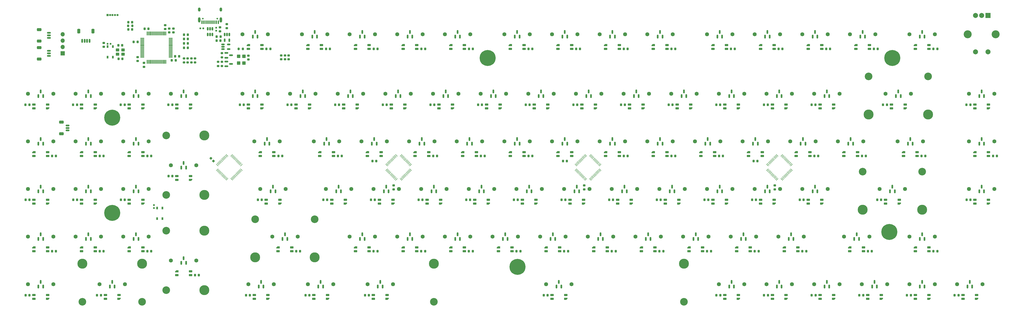
<source format=gbr>
%TF.GenerationSoftware,KiCad,Pcbnew,9.0.5*%
%TF.CreationDate,2026-01-11T09:40:32+07:00*%
%TF.ProjectId,MK98,4d4b3938-2e6b-4696-9361-645f70636258,rev?*%
%TF.SameCoordinates,Original*%
%TF.FileFunction,Soldermask,Bot*%
%TF.FilePolarity,Negative*%
%FSLAX46Y46*%
G04 Gerber Fmt 4.6, Leading zero omitted, Abs format (unit mm)*
G04 Created by KiCad (PCBNEW 9.0.5) date 2026-01-11 09:40:32*
%MOMM*%
%LPD*%
G01*
G04 APERTURE LIST*
G04 Aperture macros list*
%AMRoundRect*
0 Rectangle with rounded corners*
0 $1 Rounding radius*
0 $2 $3 $4 $5 $6 $7 $8 $9 X,Y pos of 4 corners*
0 Add a 4 corners polygon primitive as box body*
4,1,4,$2,$3,$4,$5,$6,$7,$8,$9,$2,$3,0*
0 Add four circle primitives for the rounded corners*
1,1,$1+$1,$2,$3*
1,1,$1+$1,$4,$5*
1,1,$1+$1,$6,$7*
1,1,$1+$1,$8,$9*
0 Add four rect primitives between the rounded corners*
20,1,$1+$1,$2,$3,$4,$5,0*
20,1,$1+$1,$4,$5,$6,$7,0*
20,1,$1+$1,$6,$7,$8,$9,0*
20,1,$1+$1,$8,$9,$2,$3,0*%
%AMRotRect*
0 Rectangle, with rotation*
0 The origin of the aperture is its center*
0 $1 length*
0 $2 width*
0 $3 Rotation angle, in degrees counterclockwise*
0 Add horizontal line*
21,1,$1,$2,0,0,$3*%
%AMFreePoly0*
4,1,18,-0.410000,0.593000,-0.403758,0.624380,-0.385983,0.650983,-0.359380,0.668758,-0.328000,0.675000,0.328000,0.675000,0.359380,0.668758,0.385983,0.650983,0.403758,0.624380,0.410000,0.593000,0.410000,-0.593000,0.403758,-0.624380,0.385983,-0.650983,0.359380,-0.668758,0.328000,-0.675000,0.000000,-0.675000,-0.410000,-0.265000,-0.410000,0.593000,-0.410000,0.593000,$1*%
G04 Aperture macros list end*
%ADD10C,3.048000*%
%ADD11C,3.987800*%
%ADD12C,0.800000*%
%ADD13C,6.400000*%
%ADD14R,1.700000X1.700000*%
%ADD15O,1.700000X1.700000*%
%ADD16R,2.000000X2.000000*%
%ADD17C,2.000000*%
%ADD18C,3.200000*%
%ADD19R,0.850000X0.850000*%
%ADD20C,0.850000*%
%ADD21RoundRect,0.082000X-0.593000X0.328000X-0.593000X-0.328000X0.593000X-0.328000X0.593000X0.328000X0*%
%ADD22FreePoly0,270.000000*%
%ADD23RoundRect,0.082000X0.593000X-0.328000X0.593000X0.328000X-0.593000X0.328000X-0.593000X-0.328000X0*%
%ADD24FreePoly0,90.000000*%
%ADD25RoundRect,0.150000X-0.150000X-0.625000X0.150000X-0.625000X0.150000X0.625000X-0.150000X0.625000X0*%
%ADD26RoundRect,0.250000X-0.350000X-0.650000X0.350000X-0.650000X0.350000X0.650000X-0.350000X0.650000X0*%
%ADD27RoundRect,0.225000X0.225000X0.250000X-0.225000X0.250000X-0.225000X-0.250000X0.225000X-0.250000X0*%
%ADD28C,1.600000*%
%ADD29RoundRect,0.150000X0.150000X-0.587500X0.150000X0.587500X-0.150000X0.587500X-0.150000X-0.587500X0*%
%ADD30RoundRect,0.250000X-0.445000X0.457500X-0.445000X-0.457500X0.445000X-0.457500X0.445000X0.457500X0*%
%ADD31RoundRect,0.225000X-0.225000X-0.250000X0.225000X-0.250000X0.225000X0.250000X-0.225000X0.250000X0*%
%ADD32RoundRect,0.200000X-0.275000X0.200000X-0.275000X-0.200000X0.275000X-0.200000X0.275000X0.200000X0*%
%ADD33RoundRect,0.225000X0.250000X-0.225000X0.250000X0.225000X-0.250000X0.225000X-0.250000X-0.225000X0*%
%ADD34RoundRect,0.150000X-0.512500X-0.150000X0.512500X-0.150000X0.512500X0.150000X-0.512500X0.150000X0*%
%ADD35RoundRect,0.218750X0.256250X-0.218750X0.256250X0.218750X-0.256250X0.218750X-0.256250X-0.218750X0*%
%ADD36RoundRect,0.160000X-0.160000X0.197500X-0.160000X-0.197500X0.160000X-0.197500X0.160000X0.197500X0*%
%ADD37RoundRect,0.225000X-0.250000X0.225000X-0.250000X-0.225000X0.250000X-0.225000X0.250000X0.225000X0*%
%ADD38R,0.700000X1.050013*%
%ADD39RoundRect,0.150000X0.625000X-0.150000X0.625000X0.150000X-0.625000X0.150000X-0.625000X-0.150000X0*%
%ADD40RoundRect,0.250000X0.650000X-0.350000X0.650000X0.350000X-0.650000X0.350000X-0.650000X-0.350000X0*%
%ADD41RoundRect,0.150000X-0.150000X0.512500X-0.150000X-0.512500X0.150000X-0.512500X0.150000X0.512500X0*%
%ADD42RoundRect,0.250000X-0.450000X-0.350000X0.450000X-0.350000X0.450000X0.350000X-0.450000X0.350000X0*%
%ADD43RoundRect,0.150000X-0.587500X-0.150000X0.587500X-0.150000X0.587500X0.150000X-0.587500X0.150000X0*%
%ADD44RoundRect,0.200000X-0.200000X-0.275000X0.200000X-0.275000X0.200000X0.275000X-0.200000X0.275000X0*%
%ADD45RoundRect,0.160000X0.197500X0.160000X-0.197500X0.160000X-0.197500X-0.160000X0.197500X-0.160000X0*%
%ADD46RoundRect,0.150000X-0.625000X0.150000X-0.625000X-0.150000X0.625000X-0.150000X0.625000X0.150000X0*%
%ADD47RoundRect,0.250000X-0.650000X0.350000X-0.650000X-0.350000X0.650000X-0.350000X0.650000X0.350000X0*%
%ADD48RoundRect,0.200000X0.275000X-0.200000X0.275000X0.200000X-0.275000X0.200000X-0.275000X-0.200000X0*%
%ADD49RotRect,0.229400X1.161999X315.000000*%
%ADD50RotRect,0.229400X1.161999X45.000000*%
%ADD51RotRect,0.229400X1.161999X135.000000*%
%ADD52RoundRect,0.075000X-0.700000X-0.075000X0.700000X-0.075000X0.700000X0.075000X-0.700000X0.075000X0*%
%ADD53RoundRect,0.075000X-0.075000X-0.700000X0.075000X-0.700000X0.075000X0.700000X-0.075000X0.700000X0*%
%ADD54RoundRect,0.225000X-0.335876X-0.017678X-0.017678X-0.335876X0.335876X0.017678X0.017678X0.335876X0*%
%ADD55C,0.650000*%
%ADD56R,0.600000X1.450000*%
%ADD57R,0.300000X1.450000*%
%ADD58O,1.000000X1.600000*%
%ADD59O,1.000000X2.100000*%
G04 APERTURE END LIST*
D10*
%TO.C,SB1*%
X366603750Y-53815000D03*
D11*
X366603750Y-69055000D03*
D10*
X390416250Y-53815000D03*
D11*
X390416250Y-69055000D03*
%TD*%
D12*
%TO.C,H3*%
X211882679Y-46475571D03*
X212585623Y-44778515D03*
X212585623Y-48172627D03*
X214282679Y-44075571D03*
D13*
X214282679Y-46475571D03*
D12*
X214282679Y-48875571D03*
X215979735Y-44778515D03*
X215979735Y-48172627D03*
X216682679Y-46475571D03*
%TD*%
D10*
%TO.C,SB2*%
X121335000Y-110965000D03*
D11*
X121335000Y-126205000D03*
D10*
X145147500Y-110965000D03*
D11*
X145147500Y-126205000D03*
%TD*%
D14*
%TO.C,J4*%
X44400000Y-44640000D03*
D15*
X44400000Y-42100000D03*
X44400000Y-39560000D03*
X44400000Y-37020000D03*
%TD*%
D12*
%TO.C,H2*%
X61785000Y-108425000D03*
X62487944Y-106727944D03*
X62487944Y-110122056D03*
X64185000Y-106025000D03*
D13*
X64185000Y-108425000D03*
D12*
X64185000Y-110825000D03*
X65882056Y-106727944D03*
X65882056Y-110122056D03*
X66585000Y-108425000D03*
%TD*%
%TO.C,H5*%
X373695424Y-46477450D03*
X374398368Y-44780394D03*
X374398368Y-48174506D03*
X376095424Y-44077450D03*
D13*
X376095424Y-46477450D03*
D12*
X376095424Y-48877450D03*
X377792480Y-44780394D03*
X377792480Y-48174506D03*
X378495424Y-46477450D03*
%TD*%
D11*
%TO.C,SB6*%
X101015001Y-101281251D03*
X101015001Y-77468749D03*
D10*
X85775000Y-101281250D03*
X85775000Y-77468750D03*
%TD*%
D12*
%TO.C,H6*%
X372550000Y-116022814D03*
X373252944Y-114325758D03*
X373252944Y-117719870D03*
X374950000Y-113622814D03*
D13*
X374950000Y-116022814D03*
D12*
X374950000Y-118422814D03*
X376647056Y-114325758D03*
X376647056Y-117719870D03*
X377350000Y-116022814D03*
%TD*%
D10*
%TO.C,SB3*%
X292785000Y-143984999D03*
D11*
X292785000Y-128745000D03*
D10*
X192772500Y-143984999D03*
D11*
X192772500Y-128745000D03*
%TD*%
D12*
%TO.C,H1*%
X61785000Y-70375000D03*
X62487944Y-68677944D03*
X62487944Y-72072056D03*
X64185000Y-67975000D03*
D13*
X64185000Y-70375000D03*
D12*
X64185000Y-72775000D03*
X65882056Y-68677944D03*
X65882056Y-72072056D03*
X66585000Y-70375000D03*
%TD*%
D10*
%TO.C,SB5*%
X364222500Y-91915000D03*
D11*
X364222500Y-107155000D03*
D10*
X388035000Y-91915000D03*
D11*
X388035000Y-107155000D03*
%TD*%
%TO.C,SB4*%
X76091251Y-128745000D03*
D10*
X76091250Y-143985000D03*
X52278750Y-143985000D03*
D11*
X52278749Y-128745000D03*
%TD*%
D12*
%TO.C,H4*%
X223860000Y-130000000D03*
X224562944Y-128302944D03*
X224562944Y-131697056D03*
X226260000Y-127600000D03*
D13*
X226260000Y-130000000D03*
D12*
X226260000Y-132400000D03*
X227957056Y-128302944D03*
X227957056Y-131697056D03*
X228660000Y-130000000D03*
%TD*%
D11*
%TO.C,SB7*%
X101015001Y-139381251D03*
X101015001Y-115568749D03*
D10*
X85775000Y-139381250D03*
X85775000Y-115568750D03*
%TD*%
D16*
%TO.C,ENC1*%
X414347719Y-29487475D03*
D17*
X409347719Y-29487475D03*
X411847719Y-29487475D03*
D18*
X417447719Y-36987475D03*
X406247719Y-36987475D03*
D17*
X409347719Y-43987475D03*
X414347719Y-43987475D03*
%TD*%
D19*
%TO.C,J3*%
X62300000Y-29275000D03*
D20*
X63300000Y-29275000D03*
X64300001Y-29275000D03*
X65300000Y-29275000D03*
X66300000Y-29275000D03*
%TD*%
D21*
%TO.C,LED38*%
X152635000Y-85680000D03*
X152635000Y-84180000D03*
X147185000Y-85680000D03*
D22*
X147185000Y-84180000D03*
%TD*%
D23*
%TO.C,LED87*%
X61460000Y-141330000D03*
X61460000Y-142830000D03*
X66910000Y-141330000D03*
D24*
X66910000Y-142830000D03*
%TD*%
D21*
%TO.C,LED10*%
X309797500Y-42817500D03*
X309797500Y-41317500D03*
X304347500Y-42817500D03*
D22*
X304347500Y-41317500D03*
%TD*%
D25*
%TO.C,J5*%
X52150000Y-39575000D03*
X53150000Y-39575000D03*
X54150000Y-39575000D03*
X55150000Y-39575000D03*
D26*
X50850000Y-35700000D03*
X56450000Y-35700000D03*
%TD*%
D23*
%TO.C,LED59*%
X209097500Y-103230000D03*
X209097500Y-104730000D03*
X214547500Y-103230000D03*
D24*
X214547500Y-104730000D03*
%TD*%
D27*
%TO.C,C29*%
X307287500Y-65150000D03*
X305737500Y-65150000D03*
%TD*%
D28*
%TO.C,HE39*%
X174040000Y-79850000D03*
X163880000Y-79850000D03*
D29*
X169910000Y-80787500D03*
X168010000Y-80787500D03*
X168960000Y-78912500D03*
%TD*%
D28*
%TO.C,HE5*%
X207377500Y-36987500D03*
X197217500Y-36987500D03*
D29*
X203247500Y-37925000D03*
X201347500Y-37925000D03*
X202297500Y-36050000D03*
%TD*%
D30*
%TO.C,C109*%
X116850000Y-45790000D03*
X116850000Y-48495000D03*
%TD*%
D23*
%TO.C,LED68*%
X409122500Y-103230000D03*
X409122500Y-104730000D03*
X414572500Y-103230000D03*
D24*
X414572500Y-104730000D03*
%TD*%
D21*
%TO.C,LED47*%
X324085000Y-85680000D03*
X324085000Y-84180000D03*
X318635000Y-85680000D03*
D22*
X318635000Y-84180000D03*
%TD*%
D27*
%TO.C,C28*%
X288237500Y-65150000D03*
X286687500Y-65150000D03*
%TD*%
D23*
%TO.C,LED95*%
X366260000Y-141330000D03*
X366260000Y-142830000D03*
X371710000Y-141330000D03*
D24*
X371710000Y-142830000D03*
%TD*%
D28*
%TO.C,HE67*%
X381208750Y-98900000D03*
X371048750Y-98900000D03*
D29*
X377078750Y-99837500D03*
X375178750Y-99837500D03*
X376128750Y-97962500D03*
%TD*%
D23*
%TO.C,LED96*%
X385310000Y-141330000D03*
X385310000Y-142830000D03*
X390760000Y-141330000D03*
D24*
X390760000Y-142830000D03*
%TD*%
D31*
%TO.C,C5*%
X206807501Y-42820000D03*
X208357501Y-42820000D03*
%TD*%
D28*
%TO.C,HE49*%
X364540000Y-79850000D03*
X354380000Y-79850000D03*
D29*
X360410000Y-80787500D03*
X358510000Y-80787500D03*
X359460000Y-78912500D03*
%TD*%
D32*
%TO.C,R4*%
X92860000Y-46620000D03*
X92860000Y-48270000D03*
%TD*%
D28*
%TO.C,HE28*%
X297865000Y-60800000D03*
X287705000Y-60800000D03*
D29*
X293735000Y-61737500D03*
X291835000Y-61737500D03*
X292785000Y-59862500D03*
%TD*%
D28*
%TO.C,HE95*%
X374065000Y-137000000D03*
X363905000Y-137000000D03*
D29*
X369935000Y-137937500D03*
X368035000Y-137937500D03*
X368985000Y-136062500D03*
%TD*%
D27*
%TO.C,C124*%
X107512149Y-37892351D03*
X105962149Y-37892351D03*
%TD*%
D33*
%TO.C,C114*%
X88623857Y-36222815D03*
X88623857Y-34672815D03*
%TD*%
D28*
%TO.C,HE9*%
X288340000Y-36987500D03*
X278180000Y-36987500D03*
D29*
X284210000Y-37925000D03*
X282310000Y-37925000D03*
X283260000Y-36050000D03*
%TD*%
D21*
%TO.C,LED74*%
X166922500Y-123780000D03*
X166922500Y-122280000D03*
X161472500Y-123780000D03*
D22*
X161472500Y-122280000D03*
%TD*%
D28*
%TO.C,HE64*%
X312152500Y-98900000D03*
X301992500Y-98900000D03*
D29*
X308022500Y-99837500D03*
X306122500Y-99837500D03*
X307072500Y-97962500D03*
%TD*%
D27*
%TO.C,C24*%
X212037500Y-65150000D03*
X210487500Y-65150000D03*
%TD*%
D34*
%TO.C,U2*%
X108455000Y-42950000D03*
X108455000Y-42000001D03*
X108455000Y-41050002D03*
X110730000Y-41050002D03*
X110730000Y-42950000D03*
%TD*%
D23*
%TO.C,LED26*%
X251960000Y-65130000D03*
X251960000Y-66630000D03*
X257410000Y-65130000D03*
D24*
X257410000Y-66630000D03*
%TD*%
D21*
%TO.C,LED43*%
X247885000Y-85680000D03*
X247885000Y-84180000D03*
X242435000Y-85680000D03*
D22*
X242435000Y-84180000D03*
%TD*%
D28*
%TO.C,HE59*%
X216902500Y-98900000D03*
X206742500Y-98900000D03*
D29*
X212772500Y-99837500D03*
X210872500Y-99837500D03*
X211822500Y-97962500D03*
%TD*%
D28*
%TO.C,HE31*%
X355015000Y-60800000D03*
X344855000Y-60800000D03*
D29*
X350885000Y-61737500D03*
X348985000Y-61737500D03*
X349935000Y-59862500D03*
%TD*%
D28*
%TO.C,HE23*%
X202615000Y-60800000D03*
X192455000Y-60800000D03*
D29*
X198485000Y-61737500D03*
X196585000Y-61737500D03*
X197535000Y-59862500D03*
%TD*%
D28*
%TO.C,HE78*%
X245477500Y-117950000D03*
X235317500Y-117950000D03*
D29*
X241347500Y-118887500D03*
X239447500Y-118887500D03*
X240397500Y-117012500D03*
%TD*%
D28*
%TO.C,HE35*%
X78790000Y-79850000D03*
X68630000Y-79850000D03*
D29*
X74660000Y-80787500D03*
X72760000Y-80787500D03*
X73710000Y-78912500D03*
%TD*%
D28*
%TO.C,HE7*%
X250240000Y-36987500D03*
X240080000Y-36987500D03*
D29*
X246110000Y-37925000D03*
X244210000Y-37925000D03*
X245160000Y-36050000D03*
%TD*%
D23*
%TO.C,LED19*%
X118610000Y-65130000D03*
X118610000Y-66630000D03*
X124060000Y-65130000D03*
D24*
X124060000Y-66630000D03*
%TD*%
D21*
%TO.C,LED8*%
X266935000Y-42817500D03*
X266935000Y-41317500D03*
X261485000Y-42817500D03*
D22*
X261485000Y-41317500D03*
%TD*%
D35*
%TO.C,F1*%
X107262149Y-35779852D03*
X107262149Y-34204850D03*
%TD*%
D28*
%TO.C,HE80*%
X283577500Y-117950000D03*
X273417500Y-117950000D03*
D29*
X279447500Y-118887500D03*
X277547500Y-118887500D03*
X278497500Y-117012500D03*
%TD*%
D28*
%TO.C,HE63*%
X293102500Y-98900000D03*
X282942500Y-98900000D03*
D29*
X288972500Y-99837500D03*
X287072500Y-99837500D03*
X288022500Y-97962500D03*
%TD*%
D28*
%TO.C,HE17*%
X78790000Y-60800000D03*
X68630000Y-60800000D03*
D29*
X74660000Y-61737500D03*
X72760000Y-61737500D03*
X73710000Y-59862500D03*
%TD*%
D31*
%TO.C,C41*%
X211571974Y-85674911D03*
X213121974Y-85674911D03*
%TD*%
D36*
%TO.C,R9*%
X105732149Y-34387351D03*
X105732149Y-35582351D03*
%TD*%
D37*
%TO.C,C101*%
X134750000Y-45460000D03*
X134750000Y-47010000D03*
%TD*%
D28*
%TO.C,HE10*%
X312152500Y-36987500D03*
X301992500Y-36987500D03*
D29*
X308022500Y-37925000D03*
X306122500Y-37925000D03*
X307072500Y-36050000D03*
%TD*%
D28*
%TO.C,HE25*%
X240715000Y-60800000D03*
X230555000Y-60800000D03*
D29*
X236585000Y-61737500D03*
X234685000Y-61737500D03*
X235635000Y-59862500D03*
%TD*%
D21*
%TO.C,LED50*%
X385997500Y-85680000D03*
X385997500Y-84180000D03*
X380547500Y-85680000D03*
D22*
X380547500Y-84180000D03*
%TD*%
D21*
%TO.C,LED48*%
X343135000Y-85680000D03*
X343135000Y-84180000D03*
X337685000Y-85680000D03*
D22*
X337685000Y-84180000D03*
%TD*%
D38*
%TO.C,RST_BTN1*%
X62325070Y-41899924D03*
X62325070Y-46100076D03*
X64474930Y-41899924D03*
X64474930Y-46100076D03*
%TD*%
D32*
%TO.C,R2*%
X106550000Y-48010000D03*
X106550000Y-49660000D03*
%TD*%
D27*
%TO.C,C115*%
X78650000Y-34775000D03*
X77100000Y-34775000D03*
%TD*%
D31*
%TO.C,C69*%
X40115000Y-123790000D03*
X41665000Y-123790000D03*
%TD*%
D27*
%TO.C,C15*%
X31062500Y-65150000D03*
X29512500Y-65150000D03*
%TD*%
D39*
%TO.C,J6*%
X38875000Y-45625000D03*
X38875001Y-44625000D03*
X38875000Y-43625000D03*
D40*
X35000000Y-46925000D03*
X35000000Y-42325000D03*
%TD*%
D28*
%TO.C,HE92*%
X316915000Y-137000000D03*
X306755000Y-137000000D03*
D29*
X312785000Y-137937500D03*
X310885000Y-137937500D03*
X311835000Y-136062500D03*
%TD*%
D31*
%TO.C,C80*%
X283002500Y-123790000D03*
X284552500Y-123790000D03*
%TD*%
%TO.C,C42*%
X230621974Y-85674911D03*
X232171974Y-85674911D03*
%TD*%
D28*
%TO.C,HE14*%
X393115000Y-36987500D03*
X382955000Y-36987500D03*
D29*
X388985000Y-37925000D03*
X387085000Y-37925000D03*
X388035000Y-36050000D03*
%TD*%
D28*
%TO.C,HE79*%
X264527500Y-117950000D03*
X254367500Y-117950000D03*
D29*
X260397500Y-118887500D03*
X258497500Y-118887500D03*
X259447500Y-117012500D03*
%TD*%
D41*
%TO.C,U3*%
X102370575Y-34784171D03*
X103320574Y-34784171D03*
X104270573Y-34784171D03*
X104270573Y-37059171D03*
X103320574Y-37059171D03*
X102370575Y-37059171D03*
%TD*%
D27*
%TO.C,C32*%
X373962500Y-65150000D03*
X372412500Y-65150000D03*
%TD*%
D23*
%TO.C,LED61*%
X247197500Y-103230000D03*
X247197500Y-104730000D03*
X252647500Y-103230000D03*
D24*
X252647500Y-104730000D03*
%TD*%
D27*
%TO.C,C120*%
X74325000Y-40075000D03*
X72775000Y-40075000D03*
%TD*%
D23*
%TO.C,LED63*%
X285297500Y-103230000D03*
X285297500Y-104730000D03*
X290747500Y-103230000D03*
D24*
X290747500Y-104730000D03*
%TD*%
D28*
%TO.C,HE36*%
X97840000Y-89375000D03*
X87680000Y-89375000D03*
D29*
X93710000Y-90312500D03*
X91810000Y-90312500D03*
X92760000Y-88437500D03*
%TD*%
D21*
%TO.C,LED46*%
X305035000Y-85680000D03*
X305035000Y-84180000D03*
X299585000Y-85680000D03*
D22*
X299585000Y-84180000D03*
%TD*%
D31*
%TO.C,C10*%
X311582501Y-42820000D03*
X313132501Y-42820000D03*
%TD*%
D21*
%TO.C,LED1*%
X124060000Y-42817500D03*
X124060000Y-41317500D03*
X118610000Y-42817500D03*
D22*
X118610000Y-41317500D03*
%TD*%
D21*
%TO.C,LED11*%
X328847500Y-42817500D03*
X328847500Y-41317500D03*
X323397500Y-42817500D03*
D22*
X323397500Y-41317500D03*
%TD*%
D30*
%TO.C,C108*%
X114730000Y-45787500D03*
X114730000Y-48492500D03*
%TD*%
D21*
%TO.C,LED6*%
X228835000Y-42817500D03*
X228835000Y-41317500D03*
X223385000Y-42817500D03*
D22*
X223385000Y-41317500D03*
%TD*%
D23*
%TO.C,LED22*%
X175760000Y-65130000D03*
X175760000Y-66630000D03*
X181210000Y-65130000D03*
D24*
X181210000Y-66630000D03*
%TD*%
D28*
%TO.C,HE40*%
X193090000Y-79850000D03*
X182930000Y-79850000D03*
D29*
X188960000Y-80787500D03*
X187060000Y-80787500D03*
X188010000Y-78912500D03*
%TD*%
D28*
%TO.C,HE12*%
X350252500Y-36987500D03*
X340092500Y-36987500D03*
D29*
X346122500Y-37925000D03*
X344222500Y-37925000D03*
X345172500Y-36050000D03*
%TD*%
D37*
%TO.C,C117*%
X76859771Y-48436890D03*
X76859771Y-49986890D03*
%TD*%
D28*
%TO.C,HE82*%
X321677500Y-117950000D03*
X311517500Y-117950000D03*
D29*
X317547500Y-118887500D03*
X315647500Y-118887500D03*
X316597500Y-117012500D03*
%TD*%
D21*
%TO.C,LED71*%
X76435000Y-123780000D03*
X76435000Y-122280000D03*
X70985000Y-123780000D03*
D22*
X70985000Y-122280000D03*
%TD*%
D27*
%TO.C,C25*%
X231087500Y-65150000D03*
X229537500Y-65150000D03*
%TD*%
D23*
%TO.C,LED88*%
X120991250Y-141330000D03*
X120991250Y-142830000D03*
X126441250Y-141330000D03*
D24*
X126441250Y-142830000D03*
%TD*%
D31*
%TO.C,C112*%
X92860000Y-38876289D03*
X94410000Y-38876289D03*
%TD*%
D23*
%TO.C,LED86*%
X32885000Y-141330000D03*
X32885000Y-142830000D03*
X38335000Y-141330000D03*
D24*
X38335000Y-142830000D03*
%TD*%
D27*
%TO.C,C21*%
X154887500Y-65150000D03*
X153337500Y-65150000D03*
%TD*%
D28*
%TO.C,HE88*%
X128796250Y-137000000D03*
X118636250Y-137000000D03*
D29*
X124666250Y-137937500D03*
X122766250Y-137937500D03*
X123716250Y-136062500D03*
%TD*%
D31*
%TO.C,C6*%
X230620000Y-42820000D03*
X232170000Y-42820000D03*
%TD*%
%TO.C,C8*%
X268720001Y-42820000D03*
X270270001Y-42820000D03*
%TD*%
%TO.C,C48*%
X344921974Y-85674911D03*
X346471974Y-85674911D03*
%TD*%
D28*
%TO.C,HE29*%
X316915000Y-60800000D03*
X306755000Y-60800000D03*
D29*
X312785000Y-61737500D03*
X310885000Y-61737500D03*
X311835000Y-59862500D03*
%TD*%
D28*
%TO.C,HE42*%
X231190000Y-79850000D03*
X221030000Y-79850000D03*
D29*
X227060000Y-80787500D03*
X225160000Y-80787500D03*
X226110000Y-78912500D03*
%TD*%
D31*
%TO.C,C76*%
X206802500Y-123790000D03*
X208352500Y-123790000D03*
%TD*%
D27*
%TO.C,C90*%
X166831250Y-141370000D03*
X165281250Y-141370000D03*
%TD*%
D31*
%TO.C,C4*%
X187757501Y-42820000D03*
X189307501Y-42820000D03*
%TD*%
D23*
%TO.C,LED64*%
X304347500Y-103230000D03*
X304347500Y-104730000D03*
X309797500Y-103230000D03*
D24*
X309797500Y-104730000D03*
%TD*%
D31*
%TO.C,C51*%
X416359474Y-85674911D03*
X417909474Y-85674911D03*
%TD*%
D23*
%TO.C,LED58*%
X190047500Y-103230000D03*
X190047500Y-104730000D03*
X195497500Y-103230000D03*
D24*
X195497500Y-104730000D03*
%TD*%
D23*
%TO.C,LED32*%
X375785000Y-65130000D03*
X375785000Y-66630000D03*
X381235000Y-65130000D03*
D24*
X381235000Y-66630000D03*
%TD*%
D27*
%TO.C,C23*%
X192987500Y-65150000D03*
X191437500Y-65150000D03*
%TD*%
D36*
%TO.C,R11*%
X80890000Y-105322500D03*
X80890000Y-106517500D03*
%TD*%
D21*
%TO.C,LED73*%
X135966250Y-123780000D03*
X135966250Y-122280000D03*
X130516250Y-123780000D03*
D22*
X130516250Y-122280000D03*
%TD*%
D28*
%TO.C,HE68*%
X416927500Y-98900000D03*
X406767500Y-98900000D03*
D29*
X412797500Y-99837500D03*
X410897500Y-99837500D03*
X411847500Y-97962500D03*
%TD*%
D21*
%TO.C,LED39*%
X171685000Y-85680000D03*
X171685000Y-84180000D03*
X166235000Y-85680000D03*
D22*
X166235000Y-84180000D03*
%TD*%
D31*
%TO.C,C82*%
X321102500Y-123790000D03*
X322652500Y-123790000D03*
%TD*%
D32*
%TO.C,R6*%
X95813333Y-46620000D03*
X95813333Y-48270000D03*
%TD*%
D27*
%TO.C,C55*%
X123968750Y-103230000D03*
X122418750Y-103230000D03*
%TD*%
D21*
%TO.C,LED44*%
X266935000Y-85680000D03*
X266935000Y-84180000D03*
X261485000Y-85680000D03*
D22*
X261485000Y-84180000D03*
%TD*%
D42*
%TO.C,Y1*%
X66326719Y-43226475D03*
X68526719Y-43226475D03*
X68526719Y-44926475D03*
X66326719Y-44926475D03*
%TD*%
D27*
%TO.C,C58*%
X188262500Y-103230000D03*
X186712500Y-103230000D03*
%TD*%
%TO.C,C53*%
X50150000Y-103230000D03*
X48600000Y-103230000D03*
%TD*%
D23*
%TO.C,LED24*%
X213860000Y-65130000D03*
X213860000Y-66630000D03*
X219310000Y-65130000D03*
D24*
X219310000Y-66630000D03*
%TD*%
D28*
%TO.C,HE61*%
X255002500Y-98900000D03*
X244842500Y-98900000D03*
D29*
X250872500Y-99837500D03*
X248972500Y-99837500D03*
X249922500Y-97962500D03*
%TD*%
D31*
%TO.C,C7*%
X249670002Y-42820000D03*
X251220002Y-42820000D03*
%TD*%
D27*
%TO.C,C88*%
X119206250Y-141370000D03*
X117656250Y-141370000D03*
%TD*%
D43*
%TO.C,Q2*%
X109815000Y-49790001D03*
X109815000Y-47890001D03*
X111690001Y-48840001D03*
%TD*%
D27*
%TO.C,C97*%
X402575000Y-141370000D03*
X401025000Y-141370000D03*
%TD*%
D23*
%TO.C,LED52*%
X32885000Y-103230000D03*
X32885000Y-104730000D03*
X38335000Y-103230000D03*
D24*
X38335000Y-104730000D03*
%TD*%
D28*
%TO.C,HE75*%
X188327500Y-117950000D03*
X178167500Y-117950000D03*
D29*
X184197500Y-118887500D03*
X182297500Y-118887500D03*
X183247500Y-117012500D03*
%TD*%
D28*
%TO.C,HE43*%
X250240000Y-79850000D03*
X240080000Y-79850000D03*
D29*
X246110000Y-80787500D03*
X244210000Y-80787500D03*
X245160000Y-78912500D03*
%TD*%
D23*
%TO.C,LED21*%
X156710000Y-65130000D03*
X156710000Y-66630000D03*
X162160000Y-65130000D03*
D24*
X162160000Y-66630000D03*
%TD*%
D28*
%TO.C,HE74*%
X169277500Y-117950000D03*
X159117500Y-117950000D03*
D29*
X165147500Y-118887500D03*
X163247500Y-118887500D03*
X164197500Y-117012500D03*
%TD*%
D31*
%TO.C,C118*%
X87995528Y-47368461D03*
X89545528Y-47368461D03*
%TD*%
D23*
%TO.C,LED65*%
X323397500Y-103230000D03*
X323397500Y-104730000D03*
X328847500Y-103230000D03*
D24*
X328847500Y-104730000D03*
%TD*%
D27*
%TO.C,C20*%
X135837500Y-65150000D03*
X134287500Y-65150000D03*
%TD*%
D21*
%TO.C,LED76*%
X205022500Y-123780000D03*
X205022500Y-122280000D03*
X199572500Y-123780000D03*
D22*
X199572500Y-122280000D03*
%TD*%
D33*
%TO.C,C128*%
X252916719Y-99021475D03*
X252916719Y-97471475D03*
%TD*%
D31*
%TO.C,C77*%
X225852500Y-123790000D03*
X227402500Y-123790000D03*
%TD*%
D23*
%TO.C,LED16*%
X51935000Y-65130000D03*
X51935000Y-66630000D03*
X57385000Y-65130000D03*
D24*
X57385000Y-66630000D03*
%TD*%
D31*
%TO.C,C122*%
X66725247Y-46805907D03*
X68275247Y-46805907D03*
%TD*%
D28*
%TO.C,HE4*%
X188327500Y-36987500D03*
X178167500Y-36987500D03*
D29*
X184197500Y-37925000D03*
X182297500Y-37925000D03*
X183247500Y-36050000D03*
%TD*%
D28*
%TO.C,HE69*%
X40690000Y-117950000D03*
X30530000Y-117950000D03*
D29*
X36560000Y-118887500D03*
X34660000Y-118887500D03*
X35610000Y-117012500D03*
%TD*%
D28*
%TO.C,HE41*%
X212140000Y-79850000D03*
X201980000Y-79850000D03*
D29*
X208010000Y-80787500D03*
X206110000Y-80787500D03*
X207060000Y-78912500D03*
%TD*%
D44*
%TO.C,R12*%
X114736719Y-42841475D03*
X116386719Y-42841475D03*
%TD*%
D31*
%TO.C,C2*%
X149657501Y-42820000D03*
X151207501Y-42820000D03*
%TD*%
%TO.C,C13*%
X368732501Y-42820000D03*
X370282501Y-42820000D03*
%TD*%
D28*
%TO.C,HE48*%
X345490000Y-79850000D03*
X335330000Y-79850000D03*
D29*
X341360000Y-80787500D03*
X339460000Y-80787500D03*
X340410000Y-78912500D03*
%TD*%
D28*
%TO.C,HE24*%
X221665000Y-60800000D03*
X211505000Y-60800000D03*
D29*
X217535000Y-61737500D03*
X215635000Y-61737500D03*
X216585000Y-59862500D03*
%TD*%
D38*
%TO.C,BOOT_BTN1*%
X82125070Y-106499924D03*
X82125070Y-110700076D03*
X84274930Y-106499924D03*
X84274930Y-110700076D03*
%TD*%
D45*
%TO.C,R8*%
X100617500Y-34610000D03*
X99422500Y-34610000D03*
%TD*%
D28*
%TO.C,HE46*%
X307390000Y-79850000D03*
X297230000Y-79850000D03*
D29*
X303260000Y-80787500D03*
X301360000Y-80787500D03*
X302310000Y-78912500D03*
%TD*%
D31*
%TO.C,C74*%
X168702500Y-123790000D03*
X170252500Y-123790000D03*
%TD*%
%TO.C,C110*%
X92860000Y-42370000D03*
X94410000Y-42370000D03*
%TD*%
D23*
%TO.C,LED36*%
X90035000Y-93705000D03*
X90035000Y-95205000D03*
X95485000Y-93705000D03*
D24*
X95485000Y-95205000D03*
%TD*%
D28*
%TO.C,HE58*%
X197852500Y-98900000D03*
X187692500Y-98900000D03*
D29*
X193722500Y-99837500D03*
X191822500Y-99837500D03*
X192772500Y-97962500D03*
%TD*%
D28*
%TO.C,HE6*%
X231190000Y-36987500D03*
X221030000Y-36987500D03*
D29*
X227060000Y-37925000D03*
X225160000Y-37925000D03*
X226110000Y-36050000D03*
%TD*%
D21*
%TO.C,LED2*%
X147872500Y-42817500D03*
X147872500Y-41317500D03*
X142422500Y-42817500D03*
D22*
X142422500Y-41317500D03*
%TD*%
D28*
%TO.C,HE93*%
X335965000Y-137000000D03*
X325805000Y-137000000D03*
D29*
X331835000Y-137937500D03*
X329935000Y-137937500D03*
X330885000Y-136062500D03*
%TD*%
D31*
%TO.C,C83*%
X340152500Y-123790000D03*
X341702500Y-123790000D03*
%TD*%
D27*
%TO.C,C98*%
X407300000Y-65150000D03*
X405750000Y-65150000D03*
%TD*%
D28*
%TO.C,HE98*%
X416927500Y-60800000D03*
X406767500Y-60800000D03*
D29*
X412797500Y-61737500D03*
X410897500Y-61737500D03*
X411847500Y-59862500D03*
%TD*%
D46*
%TO.C,J2*%
X46360000Y-73460000D03*
X46359999Y-74460000D03*
X46360000Y-75460000D03*
D47*
X43834999Y-72160000D03*
X43834999Y-76760000D03*
%TD*%
D21*
%TO.C,LED35*%
X76435000Y-85680000D03*
X76435000Y-84180000D03*
X70985000Y-85680000D03*
D22*
X70985000Y-84180000D03*
%TD*%
D23*
%TO.C,LED54*%
X70985000Y-103230000D03*
X70985000Y-104730000D03*
X76435000Y-103230000D03*
D24*
X76435000Y-104730000D03*
%TD*%
D31*
%TO.C,C79*%
X263952500Y-123790000D03*
X265502500Y-123790000D03*
%TD*%
%TO.C,C12*%
X349682502Y-42820000D03*
X351232502Y-42820000D03*
%TD*%
D23*
%TO.C,LED97*%
X404360000Y-141330000D03*
X404360000Y-142830000D03*
X409810000Y-141330000D03*
D24*
X409810000Y-142830000D03*
%TD*%
D31*
%TO.C,C71*%
X78215000Y-123790000D03*
X79765000Y-123790000D03*
%TD*%
D27*
%TO.C,C86*%
X31100000Y-141370000D03*
X29550000Y-141370000D03*
%TD*%
D28*
%TO.C,HE66*%
X350252500Y-98900000D03*
X340092500Y-98900000D03*
D29*
X346122500Y-99837500D03*
X344222500Y-99837500D03*
X345172500Y-97962500D03*
%TD*%
D31*
%TO.C,C75*%
X187752500Y-123790000D03*
X189302500Y-123790000D03*
%TD*%
D27*
%TO.C,C89*%
X143018750Y-141370000D03*
X141468750Y-141370000D03*
%TD*%
D23*
%TO.C,LED90*%
X168616250Y-141330000D03*
X168616250Y-142830000D03*
X174066250Y-141330000D03*
D24*
X174066250Y-142830000D03*
%TD*%
D21*
%TO.C,LED84*%
X364566250Y-123780000D03*
X364566250Y-122280000D03*
X359116250Y-123780000D03*
D22*
X359116250Y-122280000D03*
%TD*%
D31*
%TO.C,C45*%
X287771974Y-85674911D03*
X289321974Y-85674911D03*
%TD*%
D27*
%TO.C,C30*%
X326337500Y-65150000D03*
X324787500Y-65150000D03*
%TD*%
D23*
%TO.C,LED28*%
X290060000Y-65130000D03*
X290060000Y-66630000D03*
X295510000Y-65130000D03*
D24*
X295510000Y-66630000D03*
%TD*%
D28*
%TO.C,HE2*%
X150227500Y-36987500D03*
X140067500Y-36987500D03*
D29*
X146097500Y-37925000D03*
X144197500Y-37925000D03*
X145147500Y-36050000D03*
%TD*%
D23*
%TO.C,LED92*%
X309110000Y-141330000D03*
X309110000Y-142830000D03*
X314560000Y-141330000D03*
D24*
X314560000Y-142830000D03*
%TD*%
D23*
%TO.C,LED29*%
X309110000Y-65130000D03*
X309110000Y-66630000D03*
X314560000Y-65130000D03*
D24*
X314560000Y-66630000D03*
%TD*%
D27*
%TO.C,C62*%
X264462500Y-103230000D03*
X262912500Y-103230000D03*
%TD*%
D31*
%TO.C,C14*%
X392545001Y-42820000D03*
X394095001Y-42820000D03*
%TD*%
D28*
%TO.C,HE54*%
X78790000Y-98900000D03*
X68630000Y-98900000D03*
D29*
X74660000Y-99837500D03*
X72760000Y-99837500D03*
X73710000Y-97962500D03*
%TD*%
D21*
%TO.C,LED69*%
X38335000Y-123780000D03*
X38335000Y-122280000D03*
X32885000Y-123780000D03*
D22*
X32885000Y-122280000D03*
%TD*%
D27*
%TO.C,C19*%
X116787500Y-65150000D03*
X115237500Y-65150000D03*
%TD*%
D23*
%TO.C,LED31*%
X347210000Y-65130000D03*
X347210000Y-66630000D03*
X352660000Y-65130000D03*
D24*
X352660000Y-66630000D03*
%TD*%
D31*
%TO.C,C84*%
X366346250Y-123790000D03*
X367896250Y-123790000D03*
%TD*%
%TO.C,C33*%
X40119278Y-85681442D03*
X41669278Y-85681442D03*
%TD*%
D32*
%TO.C,R3*%
X108050000Y-48008820D03*
X108050000Y-49658820D03*
%TD*%
D27*
%TO.C,C47*%
X322175000Y-87667499D03*
X320625000Y-87667499D03*
%TD*%
D28*
%TO.C,HE60*%
X235952500Y-98900000D03*
X225792500Y-98900000D03*
D29*
X231822500Y-99837500D03*
X229922500Y-99837500D03*
X230872500Y-97962500D03*
%TD*%
D31*
%TO.C,C38*%
X154421974Y-85674911D03*
X155971974Y-85674911D03*
%TD*%
D27*
%TO.C,C59*%
X207312500Y-103230000D03*
X205762500Y-103230000D03*
%TD*%
D21*
%TO.C,LED81*%
X300272500Y-123780000D03*
X300272500Y-122280000D03*
X294822500Y-123780000D03*
D22*
X294822500Y-122280000D03*
%TD*%
D27*
%TO.C,C22*%
X173937500Y-65150000D03*
X172387500Y-65150000D03*
%TD*%
D21*
%TO.C,LED4*%
X185972500Y-42817500D03*
X185972500Y-41317500D03*
X180522500Y-42817500D03*
D22*
X180522500Y-41317500D03*
%TD*%
D31*
%TO.C,C78*%
X244902500Y-123790000D03*
X246452500Y-123790000D03*
%TD*%
D39*
%TO.C,J7*%
X38875000Y-38400000D03*
X38875001Y-37400000D03*
X38875000Y-36400000D03*
D40*
X35000000Y-39700000D03*
X35000000Y-35100000D03*
%TD*%
D27*
%TO.C,C92*%
X307325000Y-141370000D03*
X305775000Y-141370000D03*
%TD*%
%TO.C,C63*%
X283512500Y-103230000D03*
X281962500Y-103230000D03*
%TD*%
D31*
%TO.C,C40*%
X192521974Y-85674911D03*
X194071974Y-85674911D03*
%TD*%
D28*
%TO.C,HE19*%
X126415000Y-60800000D03*
X116255000Y-60800000D03*
D29*
X122285000Y-61737500D03*
X120385000Y-61737500D03*
X121335000Y-59862500D03*
%TD*%
D31*
%TO.C,C46*%
X306821974Y-85674911D03*
X308371974Y-85674911D03*
%TD*%
D21*
%TO.C,LED80*%
X281222500Y-123780000D03*
X281222500Y-122280000D03*
X275772500Y-123780000D03*
D22*
X275772500Y-122280000D03*
%TD*%
D23*
%TO.C,LED27*%
X271010000Y-65130000D03*
X271010000Y-66630000D03*
X276460000Y-65130000D03*
D24*
X276460000Y-66630000D03*
%TD*%
D48*
%TO.C,R1*%
X108028150Y-46205000D03*
X108028150Y-44555000D03*
%TD*%
D31*
%TO.C,C73*%
X137746250Y-123790000D03*
X139296250Y-123790000D03*
%TD*%
D23*
%TO.C,LED17*%
X70985000Y-65130000D03*
X70985000Y-66630000D03*
X76435000Y-65130000D03*
D24*
X76435000Y-66630000D03*
%TD*%
D28*
%TO.C,HE96*%
X393115000Y-137000000D03*
X382955000Y-137000000D03*
D29*
X388985000Y-137937500D03*
X387085000Y-137937500D03*
X388035000Y-136062500D03*
%TD*%
D28*
%TO.C,HE21*%
X164515000Y-60800000D03*
X154355000Y-60800000D03*
D29*
X160385000Y-61737500D03*
X158485000Y-61737500D03*
X159435000Y-59862500D03*
%TD*%
D27*
%TO.C,C54*%
X69200000Y-103230000D03*
X67650000Y-103230000D03*
%TD*%
D28*
%TO.C,HE26*%
X259760000Y-60800000D03*
X249600000Y-60800000D03*
D29*
X255630000Y-61737500D03*
X253730000Y-61737500D03*
X254680000Y-59862500D03*
%TD*%
D27*
%TO.C,C93*%
X326375000Y-141370000D03*
X324825000Y-141370000D03*
%TD*%
D21*
%TO.C,LED40*%
X190735000Y-85680000D03*
X190735000Y-84180000D03*
X185285000Y-85680000D03*
D22*
X185285000Y-84180000D03*
%TD*%
D28*
%TO.C,HE86*%
X40690000Y-137000000D03*
X30530000Y-137000000D03*
D29*
X36560000Y-137937500D03*
X34660000Y-137937500D03*
X35610000Y-136062500D03*
%TD*%
D28*
%TO.C,HE38*%
X154990000Y-79850000D03*
X144830000Y-79850000D03*
D29*
X150860000Y-80787500D03*
X148960000Y-80787500D03*
X149910000Y-78912500D03*
%TD*%
D28*
%TO.C,HE56*%
X159752500Y-98900000D03*
X149592500Y-98900000D03*
D29*
X155622500Y-99837500D03*
X153722500Y-99837500D03*
X154672500Y-97962500D03*
%TD*%
D21*
%TO.C,LED78*%
X243122500Y-123780000D03*
X243122500Y-122280000D03*
X237672500Y-123780000D03*
D22*
X237672500Y-122280000D03*
%TD*%
D28*
%TO.C,HE91*%
X247858750Y-137000000D03*
X237698750Y-137000000D03*
D29*
X243728750Y-137937500D03*
X241828750Y-137937500D03*
X242778750Y-136062500D03*
%TD*%
D21*
%TO.C,LED3*%
X166922500Y-42817500D03*
X166922500Y-41317500D03*
X161472500Y-42817500D03*
D22*
X161472500Y-41317500D03*
%TD*%
D27*
%TO.C,C66*%
X340662500Y-103230000D03*
X339112500Y-103230000D03*
%TD*%
D31*
%TO.C,C9*%
X287770001Y-42820000D03*
X289320001Y-42820000D03*
%TD*%
D23*
%TO.C,LED15*%
X32885000Y-65130000D03*
X32885000Y-66630000D03*
X38335000Y-65130000D03*
D24*
X38335000Y-66630000D03*
%TD*%
D28*
%TO.C,HE37*%
X131177500Y-79850000D03*
X121017500Y-79850000D03*
D29*
X127047500Y-80787500D03*
X125147500Y-80787500D03*
X126097500Y-78912500D03*
%TD*%
D27*
%TO.C,C67*%
X371618750Y-103230000D03*
X370068750Y-103230000D03*
%TD*%
D23*
%TO.C,LED23*%
X194810000Y-65130000D03*
X194810000Y-66630000D03*
X200260000Y-65130000D03*
D24*
X200260000Y-66630000D03*
%TD*%
D28*
%TO.C,HE8*%
X269290000Y-36987500D03*
X259130000Y-36987500D03*
D29*
X265160000Y-37925000D03*
X263260000Y-37925000D03*
X264210000Y-36050000D03*
%TD*%
D33*
%TO.C,C125*%
X60800000Y-41975000D03*
X60800000Y-40425000D03*
%TD*%
D31*
%TO.C,C49*%
X363971974Y-85674911D03*
X365521974Y-85674911D03*
%TD*%
D49*
%TO.C,U5*%
X110051450Y-95018920D03*
X109697897Y-94665368D03*
X109344343Y-94311813D03*
X108990790Y-93958260D03*
X108637237Y-93604707D03*
X108283683Y-93251153D03*
X107930130Y-92897600D03*
X107576576Y-92544046D03*
X107223023Y-92190493D03*
X106869470Y-91836940D03*
X106515915Y-91483386D03*
X106162363Y-91129833D03*
D50*
X106162363Y-89270425D03*
X106515915Y-88916872D03*
X106869470Y-88563318D03*
X107223023Y-88209765D03*
X107576576Y-87856212D03*
X107930130Y-87502658D03*
X108283683Y-87149105D03*
X108637237Y-86795551D03*
X108990790Y-86441998D03*
X109344343Y-86088445D03*
X109697897Y-85734890D03*
X110051450Y-85381338D03*
D49*
X111910858Y-85381338D03*
X112264411Y-85734890D03*
X112617965Y-86088445D03*
X112971518Y-86441998D03*
X113325071Y-86795551D03*
X113678625Y-87149105D03*
X114032178Y-87502658D03*
X114385732Y-87856212D03*
X114739285Y-88209765D03*
X115092838Y-88563318D03*
X115446393Y-88916872D03*
X115799945Y-89270425D03*
D50*
X115799945Y-91129833D03*
X115446393Y-91483386D03*
X115092838Y-91836940D03*
X114739285Y-92190493D03*
X114385732Y-92544046D03*
X114032178Y-92897600D03*
X113678625Y-93251153D03*
X113325071Y-93604707D03*
X112971518Y-93958260D03*
X112617965Y-94311813D03*
X112264411Y-94665368D03*
X111910858Y-95018920D03*
%TD*%
D27*
%TO.C,C52*%
X31100000Y-103230000D03*
X29550000Y-103230000D03*
%TD*%
%TO.C,C27*%
X269187500Y-65150000D03*
X267637500Y-65150000D03*
%TD*%
D28*
%TO.C,HE71*%
X78790000Y-117950000D03*
X68630000Y-117950000D03*
D29*
X74660000Y-118887500D03*
X72760000Y-118887500D03*
X73710000Y-117012500D03*
%TD*%
D23*
%TO.C,LED20*%
X137660000Y-65130000D03*
X137660000Y-66630000D03*
X143110000Y-65130000D03*
D24*
X143110000Y-66630000D03*
%TD*%
D44*
%TO.C,FB1*%
X70550000Y-33600000D03*
X72200000Y-33600000D03*
%TD*%
D31*
%TO.C,C81*%
X302052500Y-123790000D03*
X303602500Y-123790000D03*
%TD*%
D28*
%TO.C,HE30*%
X335965000Y-60800000D03*
X325805000Y-60800000D03*
D29*
X331835000Y-61737500D03*
X329935000Y-61737500D03*
X330885000Y-59862500D03*
%TD*%
D50*
%TO.C,U8*%
X335795576Y-91152483D03*
X335442024Y-91506036D03*
X335088469Y-91859590D03*
X334734916Y-92213143D03*
X334381363Y-92566696D03*
X334027809Y-92920250D03*
X333674256Y-93273803D03*
X333320702Y-93627357D03*
X332967149Y-93980910D03*
X332613596Y-94334463D03*
X332260042Y-94688018D03*
X331906489Y-95041570D03*
D51*
X330047081Y-95041570D03*
X329693528Y-94688018D03*
X329339974Y-94334463D03*
X328986421Y-93980910D03*
X328632868Y-93627357D03*
X328279314Y-93273803D03*
X327925761Y-92920250D03*
X327572207Y-92566696D03*
X327218654Y-92213143D03*
X326865101Y-91859590D03*
X326511546Y-91506036D03*
X326157994Y-91152483D03*
D50*
X326157994Y-89293075D03*
X326511546Y-88939522D03*
X326865101Y-88585968D03*
X327218654Y-88232415D03*
X327572207Y-87878862D03*
X327925761Y-87525308D03*
X328279314Y-87171755D03*
X328632868Y-86818201D03*
X328986421Y-86464648D03*
X329339974Y-86111095D03*
X329693528Y-85757540D03*
X330047081Y-85403988D03*
D51*
X331906489Y-85403988D03*
X332260042Y-85757540D03*
X332613596Y-86111095D03*
X332967149Y-86464648D03*
X333320702Y-86818201D03*
X333674256Y-87171755D03*
X334027809Y-87525308D03*
X334381363Y-87878862D03*
X334734916Y-88232415D03*
X335088469Y-88585968D03*
X335442024Y-88939522D03*
X335795576Y-89293075D03*
%TD*%
D27*
%TO.C,C132*%
X90916537Y-45765747D03*
X89366537Y-45765747D03*
%TD*%
D28*
%TO.C,HE27*%
X278815000Y-60800000D03*
X268655000Y-60800000D03*
D29*
X274685000Y-61737500D03*
X272785000Y-61737500D03*
X273735000Y-59862500D03*
%TD*%
D28*
%TO.C,HE44*%
X269290000Y-79850000D03*
X259130000Y-79850000D03*
D29*
X265160000Y-80787500D03*
X263260000Y-80787500D03*
X264210000Y-78912500D03*
%TD*%
D28*
%TO.C,HE57*%
X178802500Y-98900000D03*
X168642500Y-98900000D03*
D29*
X174672500Y-99837500D03*
X172772500Y-99837500D03*
X173722500Y-97962500D03*
%TD*%
D27*
%TO.C,C36*%
X88250000Y-93700000D03*
X86700000Y-93700000D03*
%TD*%
D43*
%TO.C,Q1*%
X109804704Y-46345739D03*
X109804704Y-44445739D03*
X111679705Y-45395739D03*
%TD*%
D21*
%TO.C,LED33*%
X38335000Y-85680000D03*
X38335000Y-84180000D03*
X32885000Y-85680000D03*
D22*
X32885000Y-84180000D03*
%TD*%
D28*
%TO.C,HE15*%
X40690000Y-60800000D03*
X30530000Y-60800000D03*
D29*
X36560000Y-61737500D03*
X34660000Y-61737500D03*
X35610000Y-59862500D03*
%TD*%
D23*
%TO.C,LED67*%
X373403750Y-103230000D03*
X373403750Y-104730000D03*
X378853750Y-103230000D03*
D24*
X378853750Y-104730000D03*
%TD*%
D32*
%TO.C,R5*%
X94336667Y-46620000D03*
X94336667Y-48270000D03*
%TD*%
D23*
%TO.C,LED66*%
X342447500Y-103230000D03*
X342447500Y-104730000D03*
X347897500Y-103230000D03*
D24*
X347897500Y-104730000D03*
%TD*%
D28*
%TO.C,HE1*%
X126415000Y-36987500D03*
X116255000Y-36987500D03*
D29*
X122285000Y-37925000D03*
X120385000Y-37925000D03*
X121335000Y-36050000D03*
%TD*%
D50*
%TO.C,U6*%
X183522482Y-91152483D03*
X183168930Y-91506036D03*
X182815375Y-91859590D03*
X182461822Y-92213143D03*
X182108269Y-92566696D03*
X181754715Y-92920250D03*
X181401162Y-93273803D03*
X181047608Y-93627357D03*
X180694055Y-93980910D03*
X180340502Y-94334463D03*
X179986948Y-94688018D03*
X179633395Y-95041570D03*
D51*
X177773987Y-95041570D03*
X177420434Y-94688018D03*
X177066880Y-94334463D03*
X176713327Y-93980910D03*
X176359774Y-93627357D03*
X176006220Y-93273803D03*
X175652667Y-92920250D03*
X175299113Y-92566696D03*
X174945560Y-92213143D03*
X174592007Y-91859590D03*
X174238452Y-91506036D03*
X173884900Y-91152483D03*
D50*
X173884900Y-89293075D03*
X174238452Y-88939522D03*
X174592007Y-88585968D03*
X174945560Y-88232415D03*
X175299113Y-87878862D03*
X175652667Y-87525308D03*
X176006220Y-87171755D03*
X176359774Y-86818201D03*
X176713327Y-86464648D03*
X177066880Y-86111095D03*
X177420434Y-85757540D03*
X177773987Y-85403988D03*
D51*
X179633395Y-85403988D03*
X179986948Y-85757540D03*
X180340502Y-86111095D03*
X180694055Y-86464648D03*
X181047608Y-86818201D03*
X181401162Y-87171755D03*
X181754715Y-87525308D03*
X182108269Y-87878862D03*
X182461822Y-88232415D03*
X182815375Y-88585968D03*
X183168930Y-88939522D03*
X183522482Y-89293075D03*
%TD*%
D21*
%TO.C,LED41*%
X209785000Y-85680000D03*
X209785000Y-84180000D03*
X204335000Y-85680000D03*
D22*
X204335000Y-84180000D03*
%TD*%
D28*
%TO.C,HE3*%
X169277500Y-36987500D03*
X159117500Y-36987500D03*
D29*
X165147500Y-37925000D03*
X163247500Y-37925000D03*
X164197500Y-36050000D03*
%TD*%
D23*
%TO.C,LED60*%
X228147500Y-103230000D03*
X228147500Y-104730000D03*
X233597500Y-103230000D03*
D24*
X233597500Y-104730000D03*
%TD*%
D28*
%TO.C,HE87*%
X69265000Y-137000000D03*
X59105000Y-137000000D03*
D29*
X65135000Y-137937500D03*
X63235000Y-137937500D03*
X64185000Y-136062500D03*
%TD*%
D21*
%TO.C,LED34*%
X57385000Y-85680000D03*
X57385000Y-84180000D03*
X51935000Y-85680000D03*
D22*
X51935000Y-84180000D03*
%TD*%
D28*
%TO.C,HE22*%
X183565000Y-60800000D03*
X173405000Y-60800000D03*
D29*
X179435000Y-61737500D03*
X177535000Y-61737500D03*
X178485000Y-59862500D03*
%TD*%
D21*
%TO.C,LED42*%
X228835000Y-85680000D03*
X228835000Y-84180000D03*
X223385000Y-85680000D03*
D22*
X223385000Y-84180000D03*
%TD*%
D21*
%TO.C,LED85*%
X390760000Y-123780000D03*
X390760000Y-122280000D03*
X385310000Y-123780000D03*
D22*
X385310000Y-122280000D03*
%TD*%
D21*
%TO.C,LED49*%
X362185000Y-85680000D03*
X362185000Y-84180000D03*
X356735000Y-85680000D03*
D22*
X356735000Y-84180000D03*
%TD*%
D52*
%TO.C,U4*%
X76211719Y-46091474D03*
X76211719Y-45591475D03*
X76211719Y-45091475D03*
X76211719Y-44591475D03*
X76211719Y-44091475D03*
X76211719Y-43591474D03*
X76211719Y-43091475D03*
X76211719Y-42591475D03*
X76211719Y-42091475D03*
X76211719Y-41591475D03*
X76211719Y-41091476D03*
X76211719Y-40591475D03*
X76211719Y-40091475D03*
X76211719Y-39591475D03*
X76211719Y-39091475D03*
X76211719Y-38591476D03*
D53*
X78136720Y-36666475D03*
X78636719Y-36666475D03*
X79136719Y-36666475D03*
X79636719Y-36666475D03*
X80136719Y-36666475D03*
X80636720Y-36666475D03*
X81136719Y-36666475D03*
X81636719Y-36666475D03*
X82136719Y-36666475D03*
X82636719Y-36666475D03*
X83136718Y-36666475D03*
X83636719Y-36666475D03*
X84136719Y-36666475D03*
X84636719Y-36666475D03*
X85136719Y-36666475D03*
X85636718Y-36666475D03*
D52*
X87561719Y-38591476D03*
X87561719Y-39091475D03*
X87561719Y-39591475D03*
X87561719Y-40091475D03*
X87561719Y-40591475D03*
X87561719Y-41091476D03*
X87561719Y-41591475D03*
X87561719Y-42091475D03*
X87561719Y-42591475D03*
X87561719Y-43091475D03*
X87561719Y-43591474D03*
X87561719Y-44091475D03*
X87561719Y-44591475D03*
X87561719Y-45091475D03*
X87561719Y-45591475D03*
X87561719Y-46091474D03*
D53*
X85636718Y-48016475D03*
X85136719Y-48016475D03*
X84636719Y-48016475D03*
X84136719Y-48016475D03*
X83636719Y-48016475D03*
X83136718Y-48016475D03*
X82636719Y-48016475D03*
X82136719Y-48016475D03*
X81636719Y-48016475D03*
X81136719Y-48016475D03*
X80636720Y-48016475D03*
X80136719Y-48016475D03*
X79636719Y-48016475D03*
X79136719Y-48016475D03*
X78636719Y-48016475D03*
X78136720Y-48016475D03*
%TD*%
D28*
%TO.C,HE72*%
X97840000Y-127475000D03*
X87680000Y-127475000D03*
D29*
X93710000Y-128412500D03*
X91810000Y-128412500D03*
X92760000Y-126537500D03*
%TD*%
D28*
%TO.C,HE11*%
X331202500Y-36987500D03*
X321042500Y-36987500D03*
D29*
X327072500Y-37925000D03*
X325172500Y-37925000D03*
X326122500Y-36050000D03*
%TD*%
D28*
%TO.C,HE81*%
X302627500Y-117950000D03*
X292467500Y-117950000D03*
D29*
X298497500Y-118887500D03*
X296597500Y-118887500D03*
X297547500Y-117012500D03*
%TD*%
D27*
%TO.C,C65*%
X321612500Y-103230000D03*
X320062500Y-103230000D03*
%TD*%
D31*
%TO.C,C1*%
X125845000Y-42820000D03*
X127395000Y-42820000D03*
%TD*%
D21*
%TO.C,LED7*%
X247885000Y-42817500D03*
X247885000Y-41317500D03*
X242435000Y-42817500D03*
D22*
X242435000Y-41317500D03*
%TD*%
D37*
%TO.C,C104*%
X118630000Y-45530000D03*
X118630000Y-47080000D03*
%TD*%
D27*
%TO.C,C60*%
X226362500Y-103230000D03*
X224812500Y-103230000D03*
%TD*%
D31*
%TO.C,C44*%
X268721974Y-85674911D03*
X270271974Y-85674911D03*
%TD*%
D28*
%TO.C,HE77*%
X226427500Y-117950000D03*
X216267500Y-117950000D03*
D29*
X222297500Y-118887500D03*
X220397500Y-118887500D03*
X221347500Y-117012500D03*
%TD*%
D28*
%TO.C,HE90*%
X176421250Y-137000000D03*
X166261250Y-137000000D03*
D29*
X172291250Y-137937500D03*
X170391250Y-137937500D03*
X171341250Y-136062500D03*
%TD*%
D27*
%TO.C,C16*%
X50112500Y-65150000D03*
X48562500Y-65150000D03*
%TD*%
D31*
%TO.C,C113*%
X92860000Y-37129434D03*
X94410000Y-37129434D03*
%TD*%
D23*
%TO.C,LED93*%
X328160000Y-141330000D03*
X328160000Y-142830000D03*
X333610000Y-141330000D03*
D24*
X333610000Y-142830000D03*
%TD*%
D37*
%TO.C,C99*%
X131770000Y-45460000D03*
X131770000Y-47010000D03*
%TD*%
D21*
%TO.C,LED79*%
X262172500Y-123780000D03*
X262172500Y-122280000D03*
X256722500Y-123780000D03*
D22*
X256722500Y-122280000D03*
%TD*%
D27*
%TO.C,C68*%
X407337500Y-103230000D03*
X405787500Y-103230000D03*
%TD*%
D28*
%TO.C,HE85*%
X393115000Y-117950000D03*
X382955000Y-117950000D03*
D29*
X388985000Y-118887500D03*
X387085000Y-118887500D03*
X388035000Y-117012500D03*
%TD*%
D33*
%TO.C,C127*%
X176686719Y-99021475D03*
X176686719Y-97471475D03*
%TD*%
D27*
%TO.C,C43*%
X245975000Y-87667499D03*
X244425000Y-87667499D03*
%TD*%
D21*
%TO.C,LED83*%
X338372500Y-123780000D03*
X338372500Y-122280000D03*
X332922500Y-123780000D03*
D22*
X332922500Y-122280000D03*
%TD*%
D21*
%TO.C,LED12*%
X347897500Y-42817500D03*
X347897500Y-41317500D03*
X342447500Y-42817500D03*
D22*
X342447500Y-41317500D03*
%TD*%
D33*
%TO.C,C129*%
X329086719Y-99021475D03*
X329086719Y-97471475D03*
%TD*%
D27*
%TO.C,C123*%
X68204536Y-41361185D03*
X66654536Y-41361185D03*
%TD*%
D28*
%TO.C,HE47*%
X326440000Y-79850000D03*
X316280000Y-79850000D03*
D29*
X322310000Y-80787500D03*
X320410000Y-80787500D03*
X321360000Y-78912500D03*
%TD*%
D27*
%TO.C,C61*%
X245412500Y-103230000D03*
X243862500Y-103230000D03*
%TD*%
D37*
%TO.C,C100*%
X133260000Y-45460000D03*
X133260000Y-47010000D03*
%TD*%
D23*
%TO.C,LED91*%
X240053750Y-141330000D03*
X240053750Y-142830000D03*
X245503750Y-141330000D03*
D24*
X245503750Y-142830000D03*
%TD*%
D41*
%TO.C,U1*%
X109112149Y-37067351D03*
X110062148Y-37067351D03*
X111012147Y-37067351D03*
X111012147Y-39342351D03*
X109112149Y-39342351D03*
%TD*%
D28*
%TO.C,HE32*%
X383590000Y-60800000D03*
X373430000Y-60800000D03*
D29*
X379460000Y-61737500D03*
X377560000Y-61737500D03*
X378510000Y-59862500D03*
%TD*%
D28*
%TO.C,HE97*%
X412165000Y-137000000D03*
X402005000Y-137000000D03*
D29*
X408035000Y-137937500D03*
X406135000Y-137937500D03*
X407085000Y-136062500D03*
%TD*%
D23*
%TO.C,LED25*%
X232910000Y-65130000D03*
X232910000Y-66630000D03*
X238360000Y-65130000D03*
D24*
X238360000Y-66630000D03*
%TD*%
D27*
%TO.C,C95*%
X364475000Y-141370000D03*
X362925000Y-141370000D03*
%TD*%
D28*
%TO.C,HE76*%
X207377500Y-117950000D03*
X197217500Y-117950000D03*
D29*
X203247500Y-118887500D03*
X201347500Y-118887500D03*
X202297500Y-117012500D03*
%TD*%
D27*
%TO.C,C39*%
X169775000Y-87667499D03*
X168225000Y-87667499D03*
%TD*%
D33*
%TO.C,C119*%
X86923856Y-36222815D03*
X86923856Y-34672815D03*
%TD*%
D50*
%TO.C,U7*%
X259235443Y-91152483D03*
X258881891Y-91506036D03*
X258528336Y-91859590D03*
X258174783Y-92213143D03*
X257821230Y-92566696D03*
X257467676Y-92920250D03*
X257114123Y-93273803D03*
X256760569Y-93627357D03*
X256407016Y-93980910D03*
X256053463Y-94334463D03*
X255699909Y-94688018D03*
X255346356Y-95041570D03*
D51*
X253486948Y-95041570D03*
X253133395Y-94688018D03*
X252779841Y-94334463D03*
X252426288Y-93980910D03*
X252072735Y-93627357D03*
X251719181Y-93273803D03*
X251365628Y-92920250D03*
X251012074Y-92566696D03*
X250658521Y-92213143D03*
X250304968Y-91859590D03*
X249951413Y-91506036D03*
X249597861Y-91152483D03*
D50*
X249597861Y-89293075D03*
X249951413Y-88939522D03*
X250304968Y-88585968D03*
X250658521Y-88232415D03*
X251012074Y-87878862D03*
X251365628Y-87525308D03*
X251719181Y-87171755D03*
X252072735Y-86818201D03*
X252426288Y-86464648D03*
X252779841Y-86111095D03*
X253133395Y-85757540D03*
X253486948Y-85403988D03*
D51*
X255346356Y-85403988D03*
X255699909Y-85757540D03*
X256053463Y-86111095D03*
X256407016Y-86464648D03*
X256760569Y-86818201D03*
X257114123Y-87171755D03*
X257467676Y-87525308D03*
X257821230Y-87878862D03*
X258174783Y-88232415D03*
X258528336Y-88585968D03*
X258881891Y-88939522D03*
X259235443Y-89293075D03*
%TD*%
D28*
%TO.C,HE94*%
X355015000Y-137000000D03*
X344855000Y-137000000D03*
D29*
X350885000Y-137937500D03*
X348985000Y-137937500D03*
X349935000Y-136062500D03*
%TD*%
D27*
%TO.C,C121*%
X72150000Y-35075000D03*
X70600000Y-35075000D03*
%TD*%
%TO.C,C17*%
X69162500Y-65150000D03*
X67612500Y-65150000D03*
%TD*%
%TO.C,C87*%
X59675000Y-141370000D03*
X58125000Y-141370000D03*
%TD*%
D21*
%TO.C,LED72*%
X95485000Y-133305000D03*
X95485000Y-131805000D03*
X90035000Y-133305000D03*
D22*
X90035000Y-131805000D03*
%TD*%
D23*
%TO.C,LED55*%
X125753750Y-103230000D03*
X125753750Y-104730000D03*
X131203750Y-103230000D03*
D24*
X131203750Y-104730000D03*
%TD*%
D28*
%TO.C,HE65*%
X331202500Y-98900000D03*
X321042500Y-98900000D03*
D29*
X327072500Y-99837500D03*
X325172500Y-99837500D03*
X326122500Y-97962500D03*
%TD*%
D21*
%TO.C,LED75*%
X185972500Y-123780000D03*
X185972500Y-122280000D03*
X180522500Y-123780000D03*
D22*
X180522500Y-122280000D03*
%TD*%
D27*
%TO.C,C26*%
X250137500Y-65150000D03*
X248587500Y-65150000D03*
%TD*%
D21*
%TO.C,LED77*%
X224072500Y-123780000D03*
X224072500Y-122280000D03*
X218622500Y-123780000D03*
D22*
X218622500Y-122280000D03*
%TD*%
D31*
%TO.C,C3*%
X168707501Y-42820000D03*
X170257501Y-42820000D03*
%TD*%
D23*
%TO.C,LED57*%
X170997500Y-103230000D03*
X170997500Y-104730000D03*
X176447500Y-103230000D03*
D24*
X176447500Y-104730000D03*
%TD*%
D23*
%TO.C,LED94*%
X347210000Y-141330000D03*
X347210000Y-142830000D03*
X352660000Y-141330000D03*
D24*
X352660000Y-142830000D03*
%TD*%
D23*
%TO.C,LED18*%
X90035000Y-65130000D03*
X90035000Y-66630000D03*
X95485000Y-65130000D03*
D24*
X95485000Y-66630000D03*
%TD*%
D31*
%TO.C,C130*%
X70600883Y-32136445D03*
X72150883Y-32136445D03*
%TD*%
D27*
%TO.C,C57*%
X169212500Y-103230000D03*
X167662500Y-103230000D03*
%TD*%
D31*
%TO.C,C35*%
X78219278Y-85681442D03*
X79769278Y-85681442D03*
%TD*%
D45*
%TO.C,R10*%
X63520000Y-40825000D03*
X62325000Y-40825000D03*
%TD*%
D28*
%TO.C,HE89*%
X152608750Y-137000000D03*
X142448750Y-137000000D03*
D29*
X148478750Y-137937500D03*
X146578750Y-137937500D03*
X147528750Y-136062500D03*
%TD*%
D28*
%TO.C,HE34*%
X59740000Y-79850000D03*
X49580000Y-79850000D03*
D29*
X55610000Y-80787500D03*
X53710000Y-80787500D03*
X54660000Y-78912500D03*
%TD*%
D27*
%TO.C,C18*%
X88212500Y-65150000D03*
X86662500Y-65150000D03*
%TD*%
D28*
%TO.C,HE73*%
X138321250Y-117950000D03*
X128161250Y-117950000D03*
D29*
X134191250Y-118887500D03*
X132291250Y-118887500D03*
X133241250Y-117012500D03*
%TD*%
D27*
%TO.C,C64*%
X302562500Y-103230000D03*
X301012500Y-103230000D03*
%TD*%
D31*
%TO.C,C72*%
X97265000Y-133315000D03*
X98815000Y-133315000D03*
%TD*%
D23*
%TO.C,LED56*%
X151947500Y-103230000D03*
X151947500Y-104730000D03*
X157397500Y-103230000D03*
D24*
X157397500Y-104730000D03*
%TD*%
D23*
%TO.C,LED30*%
X328160000Y-65130000D03*
X328160000Y-66630000D03*
X333610000Y-65130000D03*
D24*
X333610000Y-66630000D03*
%TD*%
D21*
%TO.C,LED37*%
X128822500Y-85680000D03*
X128822500Y-84180000D03*
X123372500Y-85680000D03*
D22*
X123372500Y-84180000D03*
%TD*%
D54*
%TO.C,C126*%
X103600703Y-86625459D03*
X104696719Y-87721475D03*
%TD*%
D23*
%TO.C,LED98*%
X409122500Y-65130000D03*
X409122500Y-66630000D03*
X414572500Y-65130000D03*
D24*
X414572500Y-66630000D03*
%TD*%
D23*
%TO.C,LED62*%
X266247500Y-103230000D03*
X266247500Y-104730000D03*
X271697500Y-103230000D03*
D24*
X271697500Y-104730000D03*
%TD*%
D31*
%TO.C,C11*%
X330632500Y-42820000D03*
X332182500Y-42820000D03*
%TD*%
%TO.C,C37*%
X130609474Y-85674911D03*
X132159474Y-85674911D03*
%TD*%
D21*
%TO.C,LED14*%
X390760000Y-42817500D03*
X390760000Y-41317500D03*
X385310000Y-42817500D03*
D22*
X385310000Y-41317500D03*
%TD*%
D27*
%TO.C,C31*%
X345387500Y-65150000D03*
X343837500Y-65150000D03*
%TD*%
D31*
%TO.C,C34*%
X59169278Y-85681442D03*
X60719278Y-85681442D03*
%TD*%
D28*
%TO.C,HE51*%
X416927500Y-79850000D03*
X406767500Y-79850000D03*
D29*
X412797500Y-80787500D03*
X410897500Y-80787500D03*
X411847500Y-78912500D03*
%TD*%
D28*
%TO.C,HE52*%
X40690000Y-98900000D03*
X30530000Y-98900000D03*
D29*
X36560000Y-99837500D03*
X34660000Y-99837500D03*
X35610000Y-97962500D03*
%TD*%
D31*
%TO.C,C85*%
X392540000Y-123790000D03*
X394090000Y-123790000D03*
%TD*%
D28*
%TO.C,HE70*%
X59740000Y-117950000D03*
X49580000Y-117950000D03*
D29*
X55610000Y-118887500D03*
X53710000Y-118887500D03*
X54660000Y-117012500D03*
%TD*%
D28*
%TO.C,HE62*%
X274052500Y-98900000D03*
X263892500Y-98900000D03*
D29*
X269922500Y-99837500D03*
X268022500Y-99837500D03*
X268972500Y-97962500D03*
%TD*%
D27*
%TO.C,C94*%
X345425000Y-141370000D03*
X343875000Y-141370000D03*
%TD*%
D28*
%TO.C,HE13*%
X369302500Y-36987500D03*
X359142500Y-36987500D03*
D29*
X365172500Y-37925000D03*
X363272500Y-37925000D03*
X364222500Y-36050000D03*
%TD*%
D28*
%TO.C,HE55*%
X133558750Y-98900000D03*
X123398750Y-98900000D03*
D29*
X129428750Y-99837500D03*
X127528750Y-99837500D03*
X128478750Y-97962500D03*
%TD*%
D31*
%TO.C,C50*%
X387784474Y-85674911D03*
X389334474Y-85674911D03*
%TD*%
D28*
%TO.C,HE53*%
X59740000Y-98900000D03*
X49580000Y-98900000D03*
D29*
X55610000Y-99837500D03*
X53710000Y-99837500D03*
X54660000Y-97962500D03*
%TD*%
D21*
%TO.C,LED70*%
X57385000Y-123780000D03*
X57385000Y-122280000D03*
X51935000Y-123780000D03*
D22*
X51935000Y-122280000D03*
%TD*%
D32*
%TO.C,R7*%
X97290000Y-46620000D03*
X97290000Y-48270000D03*
%TD*%
D21*
%TO.C,LED5*%
X205022500Y-42817500D03*
X205022500Y-41317500D03*
X199572500Y-42817500D03*
D22*
X199572500Y-41317500D03*
%TD*%
D23*
%TO.C,LED89*%
X144803750Y-141330000D03*
X144803750Y-142830000D03*
X150253750Y-141330000D03*
D24*
X150253750Y-142830000D03*
%TD*%
D28*
%TO.C,HE16*%
X59740000Y-60800000D03*
X49580000Y-60800000D03*
D29*
X55610000Y-61737500D03*
X53710000Y-61737500D03*
X54660000Y-59862500D03*
%TD*%
D37*
%TO.C,C131*%
X85310000Y-33320000D03*
X85310000Y-34870000D03*
%TD*%
D23*
%TO.C,LED53*%
X51935000Y-103230000D03*
X51935000Y-104730000D03*
X57385000Y-103230000D03*
D24*
X57385000Y-104730000D03*
%TD*%
D27*
%TO.C,C96*%
X383525000Y-141370000D03*
X381975000Y-141370000D03*
%TD*%
D31*
%TO.C,C70*%
X59165000Y-123790000D03*
X60715000Y-123790000D03*
%TD*%
D21*
%TO.C,LED13*%
X366947500Y-42817500D03*
X366947500Y-41317500D03*
X361497500Y-42817500D03*
D22*
X361497500Y-41317500D03*
%TD*%
D28*
%TO.C,HE18*%
X97840000Y-60800000D03*
X87680000Y-60800000D03*
D29*
X93710000Y-61737500D03*
X91810000Y-61737500D03*
X92760000Y-59862500D03*
%TD*%
D21*
%TO.C,LED9*%
X285985000Y-42817500D03*
X285985000Y-41317500D03*
X280535000Y-42817500D03*
D22*
X280535000Y-41317500D03*
%TD*%
D27*
%TO.C,C91*%
X238268750Y-141370000D03*
X236718750Y-141370000D03*
%TD*%
D28*
%TO.C,HE83*%
X340727500Y-117950000D03*
X330567500Y-117950000D03*
D29*
X336597500Y-118887500D03*
X334697500Y-118887500D03*
X335647500Y-117012500D03*
%TD*%
D21*
%TO.C,LED82*%
X319322500Y-123780000D03*
X319322500Y-122280000D03*
X313872500Y-123780000D03*
D22*
X313872500Y-122280000D03*
%TD*%
D21*
%TO.C,LED45*%
X285985000Y-85680000D03*
X285985000Y-84180000D03*
X280535000Y-85680000D03*
D22*
X280535000Y-84180000D03*
%TD*%
D55*
%TO.C,J1*%
X100422149Y-30717351D03*
X106202149Y-30717351D03*
D56*
X100062149Y-32162351D03*
X100862148Y-32162351D03*
D57*
X102062149Y-32162350D03*
X103062149Y-32162351D03*
X103562149Y-32162351D03*
X104562149Y-32162350D03*
D56*
X105762150Y-32162351D03*
X106562149Y-32162351D03*
X106562149Y-32162351D03*
X105762150Y-32162351D03*
D57*
X105062149Y-32162351D03*
X104062149Y-32162351D03*
X102562149Y-32162351D03*
X101562149Y-32162351D03*
D56*
X100862148Y-32162351D03*
X100062149Y-32162351D03*
D58*
X98992149Y-27067351D03*
D59*
X98992149Y-31247351D03*
D58*
X107632149Y-27067351D03*
D59*
X107632149Y-31247351D03*
%TD*%
D28*
%TO.C,HE84*%
X366921250Y-117950000D03*
X356761250Y-117950000D03*
D29*
X362791250Y-118887500D03*
X360891250Y-118887500D03*
X361841250Y-117012500D03*
%TD*%
D28*
%TO.C,HE45*%
X288340000Y-79850000D03*
X278180000Y-79850000D03*
D29*
X284210000Y-80787500D03*
X282310000Y-80787500D03*
X283260000Y-78912500D03*
%TD*%
D33*
%TO.C,C102*%
X109982149Y-34497351D03*
X109982149Y-32947351D03*
%TD*%
D31*
%TO.C,C111*%
X92860000Y-40623145D03*
X94410000Y-40623145D03*
%TD*%
D28*
%TO.C,HE20*%
X145465000Y-60800000D03*
X135305000Y-60800000D03*
D29*
X141335000Y-61737500D03*
X139435000Y-61737500D03*
X140385000Y-59862500D03*
%TD*%
D28*
%TO.C,HE50*%
X388352500Y-79850000D03*
X378192500Y-79850000D03*
D29*
X384222500Y-80787500D03*
X382322500Y-80787500D03*
X383272500Y-78912500D03*
%TD*%
D28*
%TO.C,HE33*%
X40690000Y-79850000D03*
X30530000Y-79850000D03*
D29*
X36560000Y-80787500D03*
X34660000Y-80787500D03*
X35610000Y-78912500D03*
%TD*%
D27*
%TO.C,C56*%
X150162500Y-103230000D03*
X148612500Y-103230000D03*
%TD*%
D37*
%TO.C,C116*%
X74367549Y-46096546D03*
X74367549Y-47646546D03*
%TD*%
D27*
%TO.C,C103*%
X107482149Y-39557351D03*
X105932149Y-39557351D03*
%TD*%
D21*
%TO.C,LED51*%
X414572500Y-85680000D03*
X414572500Y-84180000D03*
X409122500Y-85680000D03*
D22*
X409122500Y-84180000D03*
%TD*%
M02*

</source>
